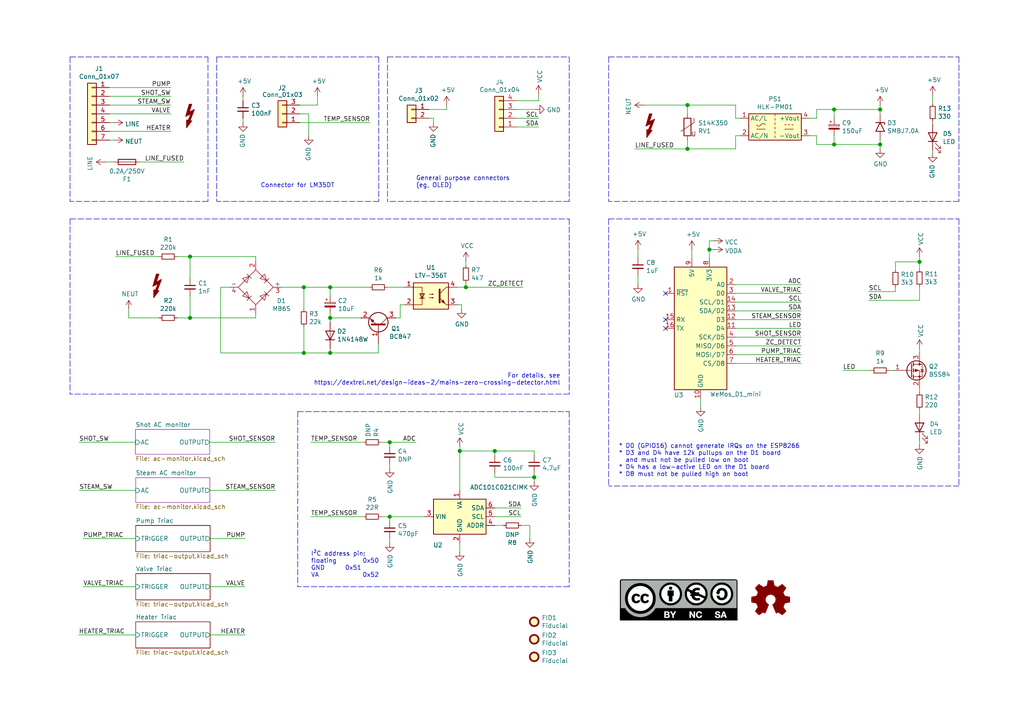
<source format=kicad_sch>
(kicad_sch (version 20201015) (generator eeschema)
  (page 1 6)
  (paper "A4")
  (title_block (title "MadPresso controller") (date "2020-11-18") (rev "1.1"))
  (lib_symbols
    (symbol "Connector_Generic:Conn_01x02" (pin_names (offset 1.016) hide)
      (property "Reference" "J" (at 0 2.54 0))
      (property "Value" "Conn_01x02" (at 0 -5.08 0))
      (symbol "Conn_01x02_1_1"
        (pin passive line (at -5.08 0 0) (length 3.81) (name "Pin_1") (number "1"))
        (pin passive line (at -5.08 -2.54 0) (length 3.81) (name "Pin_2") (number "2"))
      )
    )
    (symbol "Connector_Generic:Conn_01x03" (pin_names (offset 1.016) hide)
      (property "Reference" "J" (at 0 5.08 0))
      (property "Value" "Conn_01x03" (at 0 -5.08 0))
      (symbol "Conn_01x03_1_1"
        (pin passive line (at -5.08 2.54 0) (length 3.81) (name "Pin_1") (number "1"))
        (pin passive line (at -5.08 0 0) (length 3.81) (name "Pin_2") (number "2"))
        (pin passive line (at -5.08 -2.54 0) (length 3.81) (name "Pin_3") (number "3"))
      )
    )
    (symbol "Connector_Generic:Conn_01x04" (pin_names (offset 1.016) hide)
      (property "Reference" "J" (at 0 5.08 0))
      (property "Value" "Conn_01x04" (at 0 -7.62 0))
      (symbol "Conn_01x04_1_1"
        (pin passive line (at -5.08 2.54 0) (length 3.81) (name "Pin_1") (number "1"))
        (pin passive line (at -5.08 0 0) (length 3.81) (name "Pin_2") (number "2"))
        (pin passive line (at -5.08 -2.54 0) (length 3.81) (name "Pin_3") (number "3"))
        (pin passive line (at -5.08 -5.08 0) (length 3.81) (name "Pin_4") (number "4"))
      )
    )
    (symbol "Connector_Generic:Conn_01x07" (pin_names (offset 1.016) hide)
      (property "Reference" "J" (at 0 10.16 0))
      (property "Value" "Conn_01x07" (at 0 -10.16 0))
      (symbol "Conn_01x07_1_1"
        (pin passive line (at -5.08 7.62 0) (length 3.81) (name "Pin_1") (number "1"))
        (pin passive line (at -5.08 5.08 0) (length 3.81) (name "Pin_2") (number "2"))
        (pin passive line (at -5.08 2.54 0) (length 3.81) (name "Pin_3") (number "3"))
        (pin passive line (at -5.08 0 0) (length 3.81) (name "Pin_4") (number "4"))
        (pin passive line (at -5.08 -2.54 0) (length 3.81) (name "Pin_5") (number "5"))
        (pin passive line (at -5.08 -5.08 0) (length 3.81) (name "Pin_6") (number "6"))
        (pin passive line (at -5.08 -7.62 0) (length 3.81) (name "Pin_7") (number "7"))
      )
    )
    (symbol "Converter_ACDC:HLK-PM01"
      (property "Reference" "PS" (at 0 5.08 0))
      (property "Value" "HLK-PM01" (at 0 -5.08 0))
      (symbol "HLK-PM01_1_1"
        (pin power_in line (at -10.16 2.54 0) (length 2.54) (name "AC/L") (number "1"))
        (pin power_in line (at -10.16 -2.54 0) (length 2.54) (name "AC/N") (number "2"))
        (pin power_out line (at 10.16 -2.54 180) (length 2.54) (name "-Vout") (number "3"))
        (pin power_out line (at 10.16 2.54 180) (length 2.54) (name "+Vout") (number "4"))
      )
    )
    (symbol "Device:CP_Small" (pin_numbers hide) (pin_names (offset 0.254) hide)
      (property "Reference" "C" (at 0.254 1.778 0))
      (property "Value" "CP_Small" (at 0.254 -2.032 0))
      (symbol "CP_Small_1_1"
        (pin passive line (at 0 2.54 270) (length 1.8542) (name "~") (number "1"))
        (pin passive line (at 0 -2.54 90) (length 1.8542) (name "~") (number "2"))
      )
    )
    (symbol "Device:C_Small" (pin_numbers hide) (pin_names (offset 0.254) hide)
      (property "Reference" "C" (at 0.254 1.778 0))
      (property "Value" "C_Small" (at 0.254 -2.032 0))
      (symbol "C_Small_1_1"
        (pin passive line (at 0 2.54 270) (length 2.032) (name "~") (number "1"))
        (pin passive line (at 0 -2.54 90) (length 2.032) (name "~") (number "2"))
      )
    )
    (symbol "Device:Fuse" (pin_numbers hide) (pin_names (offset 0))
      (property "Reference" "F" (at 2.032 0 90))
      (property "Value" "Fuse" (at -1.905 0 90))
      (symbol "Fuse_1_1"
        (pin passive line (at 0 3.81 270) (length 1.27) (name "~") (number "1"))
        (pin passive line (at 0 -3.81 90) (length 1.27) (name "~") (number "2"))
      )
    )
    (symbol "Device:LED" (pin_numbers hide) (pin_names (offset 1.016) hide)
      (property "Reference" "D" (at 0 2.54 0))
      (property "Value" "LED" (at 0 -2.54 0))
      (symbol "LED_1_1"
        (pin passive line (at -3.81 0 0) (length 2.54) (name "K") (number "1"))
        (pin passive line (at 3.81 0 180) (length 2.54) (name "A") (number "2"))
      )
    )
    (symbol "Device:R_Small" (pin_numbers hide) (pin_names (offset 0.254) hide)
      (property "Reference" "R" (at 0.762 0.508 0))
      (property "Value" "R_Small" (at 0.762 -1.016 0))
      (symbol "R_Small_1_1"
        (pin passive line (at 0 2.54 270) (length 0.762) (name "~") (number "1"))
        (pin passive line (at 0 -2.54 90) (length 0.762) (name "~") (number "2"))
      )
    )
    (symbol "Device:Varistor" (pin_numbers hide) (pin_names (offset 0))
      (property "Reference" "RV" (at 3.175 0 90))
      (property "Value" "Varistor" (at -3.175 0 90))
      (symbol "Varistor_0_0"
        (text "U" (at -1.778 -2.032 0) (effects (font (size 1.27 1.27))))
      )
      (symbol "Varistor_1_1"
        (pin passive line (at 0 3.81 270) (length 1.27) (name "~") (number "1"))
        (pin passive line (at 0 -3.81 90) (length 1.27) (name "~") (number "2"))
      )
    )
    (symbol "Diode:1N4148W" (pin_numbers hide) (pin_names (offset 1.016) hide)
      (property "Reference" "D" (at 0 2.54 0))
      (property "Value" "1N4148W" (at 0 -2.54 0))
      (symbol "1N4148W_1_1"
        (pin passive line (at -3.81 0 0) (length 2.54) (name "K") (number "1"))
        (pin passive line (at 3.81 0 180) (length 2.54) (name "A") (number "2"))
      )
    )
    (symbol "Diode:SM6T7V5A" (pin_numbers hide) (pin_names (offset 1.016) hide)
      (property "Reference" "D" (at 0 2.54 0))
      (property "Value" "SM6T7V5A" (at 0 -2.54 0))
      (symbol "SM6T7V5A_1_1"
        (pin passive line (at -3.81 0 0) (length 2.54) (name "A1") (number "1"))
        (pin passive line (at 3.81 0 180) (length 2.54) (name "A2") (number "2"))
      )
    )
    (symbol "Diode_Bridge:MB6S" (pin_names (offset 0))
      (property "Reference" "D" (at 2.54 6.985 0))
      (property "Value" "MB6S" (at 2.54 5.08 0))
      (symbol "MB6S_1_1"
        (pin passive line (at 0 -7.62 90) (length 2.54) (name "~~") (number "1"))
        (pin passive line (at 0 7.62 270) (length 2.54) (name "~~") (number "2"))
        (pin passive line (at 7.62 0 180) (length 2.54) (name "+") (number "3"))
        (pin passive line (at -7.62 0 0) (length 2.54) (name "-") (number "4"))
      )
    )
    (symbol "Graphic:Logo_Open_Hardware_Small" (pin_names (offset 1.016)))
    (symbol "Graphic:SYM_Flash_Small" (pin_names (offset 1.016)))
    (symbol "Isolator:LTV-356T" (pin_names (offset 1.016))
      (property "Reference" "U" (at -5.334 4.826 0))
      (property "Value" "LTV-356T" (at 0 5.08 0))
      (symbol "LTV-356T_1_1"
        (pin passive line (at -7.62 2.54 0) (length 2.54) (name "~") (number "1"))
        (pin passive line (at -7.62 -2.54 0) (length 2.54) (name "~") (number "2"))
        (pin passive line (at 7.62 -2.54 180) (length 2.54) (name "~") (number "3"))
        (pin passive line (at 7.62 2.54 180) (length 2.54) (name "~") (number "4"))
      )
    )
    (symbol "MCU_Module:WeMos_D1_mini"
      (property "Reference" "U" (at 3.81 19.05 0))
      (property "Value" "WeMos_D1_mini" (at 1.27 -19.05 0))
      (symbol "WeMos_D1_mini_1_1"
        (pin input line (at -10.16 10.16 0) (length 2.54) (name "~RST") (number "1"))
        (pin power_in line (at 0 -20.32 90) (length 2.54) (name "GND") (number "10"))
        (pin bidirectional line (at 10.16 0 180) (length 2.54) (name "D4") (number "11"))
        (pin bidirectional line (at 10.16 2.54 180) (length 2.54) (name "D3") (number "12"))
        (pin bidirectional line (at 10.16 5.08 180) (length 2.54) (name "SDA/D2") (number "13"))
        (pin bidirectional line (at 10.16 7.62 180) (length 2.54) (name "SCL/D1") (number "14"))
        (pin input line (at -10.16 2.54 0) (length 2.54) (name "RX") (number "15"))
        (pin output line (at -10.16 0 0) (length 2.54) (name "TX") (number "16"))
        (pin input line (at 10.16 12.7 180) (length 2.54) (name "A0") (number "2"))
        (pin bidirectional line (at 10.16 10.16 180) (length 2.54) (name "D0") (number "3"))
        (pin bidirectional line (at 10.16 -2.54 180) (length 2.54) (name "SCK/D5") (number "4"))
        (pin bidirectional line (at 10.16 -5.08 180) (length 2.54) (name "MISO/D6") (number "5"))
        (pin bidirectional line (at 10.16 -7.62 180) (length 2.54) (name "MOSI/D7") (number "6"))
        (pin bidirectional line (at 10.16 -10.16 180) (length 2.54) (name "CS/D8") (number "7"))
        (pin power_out line (at 2.54 20.32 270) (length 2.54) (name "3V3") (number "8"))
        (pin power_in line (at -2.54 20.32 270) (length 2.54) (name "5V") (number "9"))
      )
    )
    (symbol "MadPresso:ADC101C021CIMK_1"
      (property "Reference" "U" (at 3.81 11.43 0))
      (property "Value" "ADC101C021CIMK" (at 11.43 8.89 0))
      (symbol "ADC101C021CIMK_1_1_1"
        (pin power_in line (at 0 7.62 270) (length 2.54) (name "VA") (number "1"))
        (pin power_in line (at 0 -7.62 90) (length 2.54) (name "GND") (number "2"))
        (pin input line (at -10.16 0 0) (length 2.54) (name "VIN") (number "3"))
        (pin input line (at 10.16 -2.54 180) (length 2.54) (name "ADDR") (number "4"))
        (pin input line (at 10.16 0 180) (length 2.54) (name "SCL") (number "5"))
        (pin bidirectional line (at 10.16 2.54 180) (length 2.54) (name "SDA") (number "6"))
      )
    )
    (symbol "Mechanical:Fiducial"
      (property "Reference" "FID" (at 0 5.08 0))
      (property "Value" "Fiducial" (at 0 3.175 0))
    )
    (symbol "Transistor_BJT:BC847" (pin_names (offset 0) hide)
      (property "Reference" "Q" (at 5.08 1.905 0))
      (property "Value" "BC847" (at 5.08 0 0))
      (symbol "BC847_1_1"
        (pin input line (at -5.08 0 0) (length 5.715) (name "B") (number "1"))
        (pin passive line (at 2.54 -5.08 90) (length 2.54) (name "E") (number "2"))
        (pin passive line (at 2.54 5.08 270) (length 2.54) (name "C") (number "3"))
      )
    )
    (symbol "Transistor_FET:BSS84" (pin_names hide)
      (property "Reference" "Q" (at 5.08 1.905 0))
      (property "Value" "BSS84" (at 5.08 0 0))
      (symbol "BSS84_1_1"
        (pin input line (at -5.08 0 0) (length 2.54) (name "G") (number "1"))
        (pin passive line (at 2.54 -5.08 90) (length 2.54) (name "S") (number "2"))
        (pin passive line (at 2.54 5.08 270) (length 2.54) (name "D") (number "3"))
      )
    )
    (symbol "power:+5V" (power) (pin_names (offset 0))
      (property "Value" "+5V" (at 0 3.556 0))
      (symbol "+5V_1_1"
        (pin power_in line (at 0 0 90) (length 0) hide (name "+5V") (number "1"))
      )
    )
    (symbol "power:GND" (power) (pin_names (offset 0))
      (property "Value" "GND" (at 0 -3.81 0))
      (symbol "GND_1_1"
        (pin power_in line (at 0 0 270) (length 0) hide (name "GND") (number "1"))
      )
    )
    (symbol "power:LINE" (power) (pin_names (offset 0))
      (property "Value" "LINE" (at 0 3.81 0))
      (symbol "LINE_1_1"
        (pin power_in line (at 0 0 90) (length 0) hide (name "LINE") (number "1"))
      )
    )
    (symbol "power:NEUT" (power) (pin_names (offset 0))
      (property "Value" "NEUT" (at 0 3.81 0))
      (symbol "NEUT_1_1"
        (pin power_in line (at 0 0 90) (length 0) hide (name "NEUT") (number "1"))
      )
    )
    (symbol "power:VCC" (power) (pin_names (offset 0))
      (property "Value" "VCC" (at 0 3.81 0))
      (symbol "VCC_1_1"
        (pin power_in line (at 0 0 90) (length 0) hide (name "VCC") (number "1"))
      )
    )
    (symbol "power:VDDA" (power) (pin_names (offset 0))
      (property "Value" "VDDA" (at 0 3.81 0))
      (symbol "VDDA_1_1"
        (pin power_in line (at 0 0 90) (length 0) hide (name "VDDA") (number "1"))
      )
    )
  )
  (junction (at 55.118 74.422) (diameter 1.016))
  (junction (at 55.118 92.202) (diameter 1.016))
  (junction (at 88.138 83.312) (diameter 1.016))
  (junction (at 88.138 102.362) (diameter 1.016))
  (junction (at 95.758 83.312) (diameter 1.016))
  (junction (at 95.758 92.202) (diameter 1.016))
  (junction (at 95.758 102.362) (diameter 1.016))
  (junction (at 113.03 128.27) (diameter 1.016))
  (junction (at 113.03 149.86) (diameter 1.016))
  (junction (at 133.35 130.81) (diameter 1.016))
  (junction (at 135.128 83.312) (diameter 1.016))
  (junction (at 143.51 130.81) (diameter 1.016))
  (junction (at 154.94 138.43) (diameter 1.016))
  (junction (at 199.39 30.48) (diameter 1.016))
  (junction (at 199.39 43.18) (diameter 1.016))
  (junction (at 205.74 72.39) (diameter 1.016))
  (junction (at 241.935 31.75) (diameter 1.016))
  (junction (at 241.935 41.91) (diameter 1.016))
  (junction (at 255.27 31.75) (diameter 1.016))
  (junction (at 255.27 41.91) (diameter 1.016))
  (junction (at 266.7 75.946) (diameter 1.016))
  (no_connect (at 193.04 85.09))
  (no_connect (at 193.04 92.71))
  (no_connect (at 193.04 95.25))
  (wire (pts (xy 22.86 184.15) (xy 39.37 184.15)))
  (wire (pts (xy 22.9362 128.27) (xy 39.2938 128.27)))
  (wire (pts (xy 22.987 142.24) (xy 39.3446 142.24)))
  (wire (pts (xy 30.48 46.99) (xy 33.02 46.99)))
  (wire (pts (xy 31.75 25.4) (xy 49.53 25.4)))
  (wire (pts (xy 31.75 27.94) (xy 49.53 27.94)))
  (wire (pts (xy 31.75 30.48) (xy 49.53 30.48)))
  (wire (pts (xy 31.75 33.02) (xy 49.53 33.02)))
  (wire (pts (xy 31.75 35.56) (xy 33.02 35.56)))
  (wire (pts (xy 31.75 38.1) (xy 49.53 38.1)))
  (wire (pts (xy 31.75 40.64) (xy 33.02 40.64)))
  (wire (pts (xy 33.528 74.422) (xy 46.228 74.422)))
  (wire (pts (xy 37.338 92.202) (xy 37.338 89.662)))
  (wire (pts (xy 37.338 92.202) (xy 46.228 92.202)))
  (wire (pts (xy 39.37 156.21) (xy 24.13 156.21)))
  (wire (pts (xy 39.37 170.18) (xy 24.13 170.18)))
  (wire (pts (xy 40.64 46.99) (xy 53.34 46.99)))
  (wire (pts (xy 51.308 74.422) (xy 55.118 74.422)))
  (wire (pts (xy 51.308 92.202) (xy 55.118 92.202)))
  (wire (pts (xy 55.118 74.422) (xy 55.118 80.772)))
  (wire (pts (xy 55.118 74.422) (xy 74.168 74.422)))
  (wire (pts (xy 55.118 85.852) (xy 55.118 92.202)))
  (wire (pts (xy 55.118 92.202) (xy 74.168 92.202)))
  (wire (pts (xy 60.833 128.27) (xy 79.8322 128.27)))
  (wire (pts (xy 60.8838 142.24) (xy 79.883 142.24)))
  (wire (pts (xy 60.96 156.21) (xy 71.12 156.21)))
  (wire (pts (xy 60.96 170.18) (xy 71.12 170.18)))
  (wire (pts (xy 60.96 184.15) (xy 71.12 184.15)))
  (wire (pts (xy 64.008 83.312) (xy 64.008 102.362)))
  (wire (pts (xy 66.548 83.312) (xy 64.008 83.312)))
  (wire (pts (xy 70.485 27.94) (xy 70.485 29.21)))
  (wire (pts (xy 70.485 34.29) (xy 70.485 35.56)))
  (wire (pts (xy 74.168 74.422) (xy 74.168 75.692)))
  (wire (pts (xy 74.168 90.932) (xy 74.168 92.202)))
  (wire (pts (xy 81.788 83.312) (xy 88.138 83.312)))
  (wire (pts (xy 86.995 30.48) (xy 92.075 30.48)))
  (wire (pts (xy 86.995 33.02) (xy 89.535 33.02)))
  (wire (pts (xy 86.995 35.56) (xy 107.315 35.56)))
  (wire (pts (xy 88.138 83.312) (xy 88.138 89.662)))
  (wire (pts (xy 88.138 83.312) (xy 95.758 83.312)))
  (wire (pts (xy 88.138 94.742) (xy 88.138 102.362)))
  (wire (pts (xy 88.138 102.362) (xy 64.008 102.362)))
  (wire (pts (xy 88.138 102.362) (xy 95.758 102.362)))
  (wire (pts (xy 89.535 33.02) (xy 89.535 39.37)))
  (wire (pts (xy 90.17 128.27) (xy 105.41 128.27)))
  (wire (pts (xy 90.17 149.86) (xy 105.41 149.86)))
  (wire (pts (xy 92.075 30.48) (xy 92.075 27.94)))
  (wire (pts (xy 95.758 83.312) (xy 95.758 85.852)))
  (wire (pts (xy 95.758 83.312) (xy 107.188 83.312)))
  (wire (pts (xy 95.758 90.932) (xy 95.758 92.202)))
  (wire (pts (xy 95.758 92.202) (xy 95.758 93.472)))
  (wire (pts (xy 95.758 102.362) (xy 95.758 101.092)))
  (wire (pts (xy 95.758 102.362) (xy 109.728 102.362)))
  (wire (pts (xy 104.648 92.202) (xy 95.758 92.202)))
  (wire (pts (xy 109.728 102.362) (xy 109.728 99.822)))
  (wire (pts (xy 110.49 149.86) (xy 113.03 149.86)))
  (wire (pts (xy 112.268 83.312) (xy 117.348 83.312)))
  (wire (pts (xy 113.03 128.27) (xy 110.49 128.27)))
  (wire (pts (xy 113.03 128.27) (xy 113.03 129.54)))
  (wire (pts (xy 113.03 134.62) (xy 113.03 135.89)))
  (wire (pts (xy 113.03 149.86) (xy 113.03 151.13)))
  (wire (pts (xy 113.03 149.86) (xy 123.19 149.86)))
  (wire (pts (xy 113.03 156.21) (xy 113.03 157.48)))
  (wire (pts (xy 114.808 92.202) (xy 116.078 92.202)))
  (wire (pts (xy 116.078 88.392) (xy 116.078 92.202)))
  (wire (pts (xy 116.078 88.392) (xy 117.348 88.392)))
  (wire (pts (xy 120.65 128.27) (xy 113.03 128.27)))
  (wire (pts (xy 124.46 31.75) (xy 129.54 31.75)))
  (wire (pts (xy 124.46 34.29) (xy 125.73 34.29)))
  (wire (pts (xy 125.73 34.29) (xy 125.73 35.56)))
  (wire (pts (xy 129.54 31.75) (xy 129.54 30.48)))
  (wire (pts (xy 132.588 83.312) (xy 135.128 83.312)))
  (wire (pts (xy 132.588 88.392) (xy 133.858 88.392)))
  (wire (pts (xy 133.35 129.54) (xy 133.35 130.81)))
  (wire (pts (xy 133.35 130.81) (xy 133.35 142.24)))
  (wire (pts (xy 133.35 130.81) (xy 143.51 130.81)))
  (wire (pts (xy 133.35 157.48) (xy 133.35 160.02)))
  (wire (pts (xy 133.858 88.392) (xy 133.858 89.662)))
  (wire (pts (xy 135.128 76.962) (xy 135.128 75.692)))
  (wire (pts (xy 135.128 82.042) (xy 135.128 83.312)))
  (wire (pts (xy 135.128 83.312) (xy 151.638 83.312)))
  (wire (pts (xy 143.51 130.81) (xy 143.51 132.08)))
  (wire (pts (xy 143.51 130.81) (xy 154.94 130.81)))
  (wire (pts (xy 143.51 137.16) (xy 143.51 138.43)))
  (wire (pts (xy 143.51 138.43) (xy 154.94 138.43)))
  (wire (pts (xy 143.51 147.32) (xy 151.13 147.32)))
  (wire (pts (xy 143.51 149.86) (xy 151.13 149.86)))
  (wire (pts (xy 143.51 152.4) (xy 146.05 152.4)))
  (wire (pts (xy 149.86 29.21) (xy 156.21 29.21)))
  (wire (pts (xy 149.86 31.75) (xy 155.321 31.75)))
  (wire (pts (xy 149.86 34.29) (xy 156.21 34.29)))
  (wire (pts (xy 149.86 36.83) (xy 156.21 36.83)))
  (wire (pts (xy 151.13 152.4) (xy 153.67 152.4)))
  (wire (pts (xy 153.67 152.4) (xy 153.67 156.21)))
  (wire (pts (xy 154.94 130.81) (xy 154.94 132.08)))
  (wire (pts (xy 154.94 138.43) (xy 154.94 137.16)))
  (wire (pts (xy 154.94 138.43) (xy 154.94 139.7)))
  (wire (pts (xy 156.21 29.21) (xy 156.21 27.305)))
  (wire (pts (xy 184.15 43.18) (xy 199.39 43.18)))
  (wire (pts (xy 185.039 72.263) (xy 185.039 74.803)))
  (wire (pts (xy 185.039 79.883) (xy 185.039 82.423)))
  (wire (pts (xy 186.69 30.48) (xy 199.39 30.48)))
  (wire (pts (xy 199.39 30.48) (xy 213.36 30.48)))
  (wire (pts (xy 199.39 33.02) (xy 199.39 30.48)))
  (wire (pts (xy 199.39 43.18) (xy 199.39 40.64)))
  (wire (pts (xy 199.39 43.18) (xy 213.36 43.18)))
  (wire (pts (xy 200.66 72.39) (xy 200.66 74.93)))
  (wire (pts (xy 203.2 115.57) (xy 203.2 118.11)))
  (wire (pts (xy 205.74 69.85) (xy 207.01 69.85)))
  (wire (pts (xy 205.74 72.39) (xy 205.74 69.85)))
  (wire (pts (xy 205.74 72.39) (xy 205.74 74.93)))
  (wire (pts (xy 205.74 72.39) (xy 207.01 72.39)))
  (wire (pts (xy 213.36 34.29) (xy 213.36 30.48)))
  (wire (pts (xy 213.36 34.29) (xy 214.63 34.29)))
  (wire (pts (xy 213.36 39.37) (xy 213.36 43.18)))
  (wire (pts (xy 213.36 39.37) (xy 214.63 39.37)))
  (wire (pts (xy 213.36 82.55) (xy 232.41 82.55)))
  (wire (pts (xy 213.36 85.09) (xy 232.41 85.09)))
  (wire (pts (xy 213.36 87.63) (xy 232.41 87.63)))
  (wire (pts (xy 213.36 90.17) (xy 232.41 90.17)))
  (wire (pts (xy 213.36 92.71) (xy 232.41 92.71)))
  (wire (pts (xy 213.36 95.25) (xy 232.41 95.25)))
  (wire (pts (xy 213.36 97.79) (xy 232.41 97.79)))
  (wire (pts (xy 213.36 100.33) (xy 232.41 100.33)))
  (wire (pts (xy 213.36 102.87) (xy 232.41 102.87)))
  (wire (pts (xy 213.36 105.41) (xy 232.41 105.41)))
  (wire (pts (xy 234.95 34.29) (xy 236.855 34.29)))
  (wire (pts (xy 234.95 39.37) (xy 236.855 39.37)))
  (wire (pts (xy 236.855 31.75) (xy 236.855 34.29)))
  (wire (pts (xy 236.855 31.75) (xy 241.935 31.75)))
  (wire (pts (xy 236.855 39.37) (xy 236.855 41.91)))
  (wire (pts (xy 236.855 41.91) (xy 241.935 41.91)))
  (wire (pts (xy 241.935 31.75) (xy 241.935 34.29)))
  (wire (pts (xy 241.935 31.75) (xy 255.27 31.75)))
  (wire (pts (xy 241.935 39.37) (xy 241.935 41.91)))
  (wire (pts (xy 241.935 41.91) (xy 255.27 41.91)))
  (wire (pts (xy 244.475 107.442) (xy 252.73 107.442)))
  (wire (pts (xy 251.968 84.582) (xy 259.715 84.582)))
  (wire (pts (xy 251.968 87.122) (xy 266.7 87.122)) (stroke (width 0.1524)))
  (wire (pts (xy 255.27 31.75) (xy 255.27 30.48)))
  (wire (pts (xy 255.27 33.02) (xy 255.27 31.75)))
  (wire (pts (xy 255.27 40.64) (xy 255.27 41.91)))
  (wire (pts (xy 255.27 41.91) (xy 255.27 43.18)))
  (wire (pts (xy 257.81 107.442) (xy 259.08 107.442)))
  (wire (pts (xy 259.715 75.946) (xy 266.7 75.946)))
  (wire (pts (xy 259.715 78.232) (xy 259.715 75.946)))
  (wire (pts (xy 259.715 84.582) (xy 259.715 83.312)))
  (wire (pts (xy 266.7 74.422) (xy 266.7 75.946)))
  (wire (pts (xy 266.7 75.946) (xy 266.7 78.105)))
  (wire (pts (xy 266.7 83.185) (xy 266.7 87.122)))
  (wire (pts (xy 266.7 101.092) (xy 266.7 102.362)))
  (wire (pts (xy 266.7 112.522) (xy 266.7 113.792)))
  (wire (pts (xy 266.7 118.872) (xy 266.7 120.142)))
  (wire (pts (xy 266.7 127.762) (xy 266.7 129.032)))
  (wire (pts (xy 270.51 27.559) (xy 270.51 30.099)))
  (wire (pts (xy 270.51 35.179) (xy 270.51 35.941)))
  (wire (pts (xy 270.51 43.561) (xy 270.51 44.45)))
  (polyline (pts (xy 20.32 16.51) (xy 20.32 58.42)) (stroke (width 0) (type dash)))
  (polyline (pts (xy 20.32 16.51) (xy 60.325 16.51)) (stroke (width 0) (type dash)))
  (polyline (pts (xy 20.32 63.5) (xy 20.32 114.3)) (stroke (width 0) (type dash)))
  (polyline (pts (xy 20.32 63.5) (xy 165.1 63.5)) (stroke (width 0) (type dash)))
  (polyline (pts (xy 60.325 16.51) (xy 60.325 58.42)) (stroke (width 0) (type dash)))
  (polyline (pts (xy 60.325 58.42) (xy 20.32 58.42)) (stroke (width 0) (type dash)))
  (polyline (pts (xy 62.865 16.51) (xy 62.865 58.42)) (stroke (width 0) (type dash)))
  (polyline (pts (xy 62.865 16.51) (xy 109.855 16.51)) (stroke (width 0) (type dash)))
  (polyline (pts (xy 86.36 119.38) (xy 86.36 170.18)) (stroke (width 0) (type dash)))
  (polyline (pts (xy 86.36 119.38) (xy 165.1 119.38)) (stroke (width 0) (type dash)))
  (polyline (pts (xy 109.855 16.51) (xy 109.855 58.42)) (stroke (width 0) (type dash)))
  (polyline (pts (xy 109.855 58.42) (xy 62.865 58.42)) (stroke (width 0) (type dash)))
  (polyline (pts (xy 112.395 16.51) (xy 112.395 58.42)) (stroke (width 0) (type dash)))
  (polyline (pts (xy 112.395 16.51) (xy 165.1 16.51)) (stroke (width 0) (type dash)))
  (polyline (pts (xy 165.1 16.51) (xy 165.1 58.42)) (stroke (width 0) (type dash)))
  (polyline (pts (xy 165.1 58.42) (xy 112.395 58.42)) (stroke (width 0) (type dash)))
  (polyline (pts (xy 165.1 63.5) (xy 165.1 114.3)) (stroke (width 0) (type dash)))
  (polyline (pts (xy 165.1 114.3) (xy 20.32 114.3)) (stroke (width 0) (type dash)))
  (polyline (pts (xy 165.1 119.38) (xy 165.1 170.18)) (stroke (width 0) (type dash)))
  (polyline (pts (xy 165.1 170.18) (xy 86.36 170.18)) (stroke (width 0) (type dash)))
  (polyline (pts (xy 176.53 16.51) (xy 176.53 58.42)) (stroke (width 0) (type dash)))
  (polyline (pts (xy 176.53 16.51) (xy 278.13 16.51)) (stroke (width 0) (type dash)))
  (polyline (pts (xy 176.53 63.5) (xy 176.53 140.97)) (stroke (width 0) (type dash)))
  (polyline (pts (xy 176.53 63.5) (xy 278.13 63.5)) (stroke (width 0) (type dash)))
  (polyline (pts (xy 278.13 16.51) (xy 278.13 58.42)) (stroke (width 0) (type dash)))
  (polyline (pts (xy 278.13 58.42) (xy 176.53 58.42)) (stroke (width 0) (type dash)))
  (polyline (pts (xy 278.13 63.5) (xy 278.13 140.97)) (stroke (width 0) (type dash)))
  (polyline (pts (xy 278.13 140.97) (xy 176.53 140.97)) (stroke (width 0) (type dash)))
  (image (at 196.85 173.99))
  (text "Connector for LM35DT" (at 75.565 54.61 0) (effects (font (size 1.27 1.27)) (justify left bottom)))
  (text "I²C address pin:\nfloating 	0x50\nGND		0x51\nVA			0x52" (at 90.17 167.64 0) (effects (font (size 1.27 1.27)) (justify left bottom)))
  (text "General purpose connectors\n(eg, OLED)" (at 120.65 54.61 0) (effects (font (size 1.27 1.27)) (justify left bottom)))
  (text "For details, see\nhttps://dextrel.net/design-ideas-2/mains-zero-crossing-detector.html\n" (at 162.56 111.887 0) (effects (font (size 1.27 1.27)) (justify right bottom)))
  (text "* D0 (GPIO16) cannot generate IRQs on the ESP8266\n* D3 and D4 have 12k pullups on the D1 board\n  and must not be pulled low on boot\n* D4 has a low-active LED on the D1 board\n* D8 must not be pulled high on boot\n\n" (at 179.451 140.462 0) (effects (font (size 1.27 1.27)) (justify left bottom)))
  (label "HEATER_TRIAC" (at 22.86 184.15 0))
  (label "SHOT_SW" (at 22.9362 128.27 0))
  (label "STEAM_SW" (at 22.987 142.24 0))
  (label "PUMP_TRIAC" (at 24.13 156.21 0))
  (label "VALVE_TRIAC" (at 24.13 170.18 0))
  (label "LINE_FUSED" (at 33.528 74.422 0))
  (label "PUMP" (at 49.53 25.4 180))
  (label "SHOT_SW" (at 49.53 27.94 180))
  (label "STEAM_SW" (at 49.53 30.48 180))
  (label "VALVE" (at 49.53 33.02 180))
  (label "HEATER" (at 49.53 38.1 180))
  (label "LINE_FUSED" (at 53.34 46.99 180))
  (label "PUMP" (at 71.12 156.21 180))
  (label "VALVE" (at 71.12 170.18 180))
  (label "HEATER" (at 71.12 184.15 180))
  (label "SHOT_SENSOR" (at 79.8322 128.27 180))
  (label "STEAM_SENSOR" (at 79.883 142.24 180))
  (label "TEMP_SENSOR" (at 90.17 128.27 0))
  (label "TEMP_SENSOR" (at 90.17 149.86 0))
  (label "TEMP_SENSOR" (at 107.315 35.56 180))
  (label "ADC" (at 120.65 128.27 180))
  (label "ZC_DETECT" (at 141.478 83.312 0))
  (label "SDA" (at 151.13 147.32 180))
  (label "SCL" (at 151.13 149.86 180))
  (label "SCL" (at 156.21 34.29 180))
  (label "SDA" (at 156.21 36.83 180))
  (label "LINE_FUSED" (at 184.15 43.18 0))
  (label "ADC" (at 232.41 82.55 180))
  (label "VALVE_TRIAC" (at 232.41 85.09 180))
  (label "SCL" (at 232.41 87.63 180))
  (label "SDA" (at 232.41 90.17 180))
  (label "STEAM_SENSOR" (at 232.41 92.71 180))
  (label "LED" (at 232.41 95.25 180))
  (label "SHOT_SENSOR" (at 232.41 97.79 180))
  (label "ZC_DETECT" (at 232.41 100.33 180))
  (label "PUMP_TRIAC" (at 232.41 102.87 180))
  (label "HEATER_TRIAC" (at 232.41 105.41 180))
  (label "LED" (at 244.475 107.442 0))
  (label "SCL" (at 251.968 84.582 0))
  (label "SDA" (at 251.968 87.122 0))
  (symbol (lib_id "power:LINE") (at 30.48 46.99 90) (mirror x) (unit 1)
    (property "Reference" "#PWR04" (effects hide))
    (property "Value" "LINE" (at 26.0858 47.371 0))
  )
  (symbol (lib_id "power:LINE") (at 33.02 35.56 270) (unit 1)
    (property "Reference" "#PWR01" (effects hide))
    (property "Value" "LINE" (at 36.2712 35.941 90) (effects (justify left)))
  )
  (symbol (lib_id "power:NEUT") (at 33.02 40.64 270) (unit 1)
    (property "Reference" "#PWR02" (effects hide))
    (property "Value" "NEUT" (at 36.2712 41.021 90) (effects (justify left)))
  )
  (symbol (lib_id "power:NEUT") (at 37.338 89.662 0) (unit 1)
    (property "Reference" "#PWR03" (effects hide))
    (property "Value" "NEUT" (at 37.719 85.2678 0))
  )
  (symbol (lib_id "power:+5V") (at 70.485 27.94 0) (unit 1)
    (property "Reference" "#PWR05" (effects hide))
    (property "Value" "+5V" (at 70.866 23.5458 0))
  )
  (symbol (lib_id "power:+5V") (at 92.075 27.94 0) (unit 1)
    (property "Reference" "#PWR010" (effects hide))
    (property "Value" "+5V" (at 92.456 23.5458 0))
  )
  (symbol (lib_id "power:+5V") (at 129.54 30.48 0) (unit 1)
    (property "Reference" "#PWR016" (effects hide))
    (property "Value" "+5V" (at 129.921 26.0858 0))
  )
  (symbol (lib_id "power:VCC") (at 133.35 129.54 0) (unit 1)
    (property "Reference" "#PWR011" (effects hide))
    (property "Value" "VCC" (at 133.731 126.2888 90) (effects (justify left)))
  )
  (symbol (lib_id "power:VCC") (at 135.128 75.692 0) (unit 1)
    (property "Reference" "#PWR014" (effects hide))
    (property "Value" "VCC" (at 135.509 71.2978 0))
  )
  (symbol (lib_id "power:VCC") (at 156.21 27.305 0) (unit 1)
    (property "Reference" "#PWR020" (effects hide))
    (property "Value" "VCC" (at 156.591 24.0538 90) (effects (justify left)))
  )
  (symbol (lib_id "power:+5V") (at 185.039 72.263 0) (unit 1)
    (property "Reference" "#PWR021" (effects hide))
    (property "Value" "+5V" (at 185.42 67.8688 0))
  )
  (symbol (lib_id "power:NEUT") (at 186.69 30.48 90) (mirror x) (unit 1)
    (property "Reference" "#PWR023" (effects hide))
    (property "Value" "NEUT" (at 182.2958 30.861 0))
  )
  (symbol (lib_id "power:+5V") (at 200.66 72.39 0) (unit 1)
    (property "Reference" "#PWR024" (effects hide))
    (property "Value" "+5V" (at 201.041 67.9958 0))
  )
  (symbol (lib_id "power:VCC") (at 207.01 69.85 270) (unit 1)
    (property "Reference" "#PWR026" (effects hide))
    (property "Value" "VCC" (at 210.2612 70.231 90) (effects (justify left)))
  )
  (symbol (lib_id "power:VDDA") (at 207.01 72.39 270) (unit 1)
    (property "Reference" "#PWR027" (effects hide))
    (property "Value" "VDDA" (at 210.2612 72.771 90) (effects (justify left)))
  )
  (symbol (lib_id "power:+5V") (at 255.27 30.48 0) (unit 1)
    (property "Reference" "#PWR028" (effects hide))
    (property "Value" "+5V" (at 255.651 26.0858 0))
  )
  (symbol (lib_id "power:VCC") (at 266.7 74.422 0) (unit 1)
    (property "Reference" "#PWR030" (effects hide))
    (property "Value" "VCC" (at 267.081 71.1708 90) (effects (justify left)))
  )
  (symbol (lib_id "power:VCC") (at 266.7 101.092 0) (unit 1)
    (property "Reference" "#PWR031" (effects hide))
    (property "Value" "VCC" (at 267.081 97.8408 90) (effects (justify left)))
  )
  (symbol (lib_id "power:+5V") (at 270.51 27.559 0) (unit 1)
    (property "Reference" "#PWR033" (effects hide))
    (property "Value" "+5V" (at 270.891 23.1648 0))
  )
  (symbol (lib_id "power:GND") (at 70.485 35.56 0) (mirror y) (unit 1)
    (property "Reference" "#PWR06" (effects hide))
    (property "Value" "GND" (at 70.358 38.8112 90) (effects (justify right)))
  )
  (symbol (lib_id "power:GND") (at 89.535 39.37 0) (mirror y) (unit 1)
    (property "Reference" "#PWR09" (effects hide))
    (property "Value" "GND" (at 89.408 42.6212 90) (effects (justify right)))
  )
  (symbol (lib_id "power:GND") (at 113.03 135.89 0) (unit 1)
    (property "Reference" "#PWR07" (effects hide))
    (property "Value" "GND" (at 113.157 139.1412 90) (effects (justify right)))
  )
  (symbol (lib_id "power:GND") (at 113.03 157.48 0) (unit 1)
    (property "Reference" "#PWR08" (effects hide))
    (property "Value" "GND" (at 113.157 160.7312 90) (effects (justify right)))
  )
  (symbol (lib_id "power:GND") (at 125.73 35.56 0) (mirror y) (unit 1)
    (property "Reference" "#PWR015" (effects hide))
    (property "Value" "GND" (at 125.603 38.8112 90) (effects (justify right)))
  )
  (symbol (lib_id "power:GND") (at 133.35 160.02 0) (unit 1)
    (property "Reference" "#PWR012" (effects hide))
    (property "Value" "GND" (at 133.477 163.2712 90) (effects (justify right)))
  )
  (symbol (lib_id "power:GND") (at 133.858 89.662 0) (unit 1)
    (property "Reference" "#PWR013" (effects hide))
    (property "Value" "GND" (at 133.985 94.0562 0))
  )
  (symbol (lib_id "power:GND") (at 153.67 156.21 0) (unit 1)
    (property "Reference" "#PWR017" (effects hide))
    (property "Value" "GND" (at 153.797 159.4612 90) (effects (justify right)))
  )
  (symbol (lib_id "power:GND") (at 154.94 139.7 0) (unit 1)
    (property "Reference" "#PWR018" (effects hide))
    (property "Value" "GND" (at 155.067 142.9512 90) (effects (justify right)))
  )
  (symbol (lib_id "power:GND") (at 155.321 31.75 90) (mirror x) (unit 1)
    (property "Reference" "#PWR019" (effects hide))
    (property "Value" "GND" (at 158.5722 31.877 90) (effects (justify right)))
  )
  (symbol (lib_id "power:GND") (at 185.039 82.423 0) (unit 1)
    (property "Reference" "#PWR022" (effects hide))
    (property "Value" "GND" (at 185.166 86.8172 0))
  )
  (symbol (lib_id "power:GND") (at 203.2 118.11 0) (unit 1)
    (property "Reference" "#PWR025" (effects hide))
    (property "Value" "GND" (at 203.327 121.3612 90) (effects (justify right)))
  )
  (symbol (lib_id "power:GND") (at 255.27 43.18 0) (unit 1)
    (property "Reference" "#PWR029" (effects hide))
    (property "Value" "GND" (at 255.397 47.5742 0))
  )
  (symbol (lib_id "power:GND") (at 266.7 129.032 0) (unit 1)
    (property "Reference" "#PWR032" (effects hide))
    (property "Value" "GND" (at 266.827 132.2832 90) (effects (justify right)))
  )
  (symbol (lib_id "power:GND") (at 270.51 44.45 0) (mirror y) (unit 1)
    (property "Reference" "#PWR034" (effects hide))
    (property "Value" "GND" (at 270.383 47.7012 90) (effects (justify right)))
  )
  (symbol (lib_id "Mechanical:Fiducial") (at 154.94 180.34 0) (unit 1)
    (property "Reference" "FID1" (at 157.0991 179.1906 0) (effects (justify left)))
    (property "Value" "Fiducial" (at 157.0991 181.4893 0) (effects (justify left)))
    (property "Footprint" "Fiducial:Fiducial_0.5mm_Mask1mm" (effects hide))
  )
  (symbol (lib_id "Mechanical:Fiducial") (at 154.94 185.42 0) (unit 1)
    (property "Reference" "FID2" (at 157.0991 184.2706 0) (effects (justify left)))
    (property "Value" "Fiducial" (at 157.0991 186.5693 0) (effects (justify left)))
    (property "Footprint" "Fiducial:Fiducial_0.5mm_Mask1mm" (effects hide))
  )
  (symbol (lib_id "Mechanical:Fiducial") (at 154.94 190.5 0) (unit 1)
    (property "Reference" "FID3" (at 157.0991 189.3506 0) (effects (justify left)))
    (property "Value" "Fiducial" (at 157.0991 191.6493 0) (effects (justify left)))
    (property "Footprint" "Fiducial:Fiducial_0.5mm_Mask1mm" (effects hide))
  )
  (symbol (lib_id "Device:R_Small") (at 48.768 74.422 90) (unit 1)
    (property "Reference" "R1" (at 48.768 69.4436 90))
    (property "Value" "220k" (at 48.768 71.755 90))
    (property "Footprint" "Resistor_SMD:R_1206_3216Metric_Pad1.30x1.75mm_HandSolder" (effects hide))
  )
  (symbol (lib_id "Device:R_Small") (at 48.768 92.202 90) (unit 1)
    (property "Reference" "R2" (at 48.768 87.2236 90))
    (property "Value" "220k" (at 48.768 89.535 90))
    (property "Footprint" "Resistor_SMD:R_1206_3216Metric_Pad1.30x1.75mm_HandSolder" (effects hide))
  )
  (symbol (lib_id "Device:R_Small") (at 88.138 92.202 180) (unit 1)
    (property "Reference" "R3" (at 89.6366 91.0336 0) (effects (justify right)))
    (property "Value" "22k" (at 89.6366 93.345 0) (effects (justify right)))
    (property "Footprint" "Resistor_SMD:R_0603_1608Metric_Pad0.98x0.95mm_HandSolder" (effects hide))
  )
  (symbol (lib_id "Device:R_Small") (at 107.95 128.27 90) (mirror x) (unit 1)
    (property "Reference" "R4" (at 109.1184 126.7714 0) (effects (justify right)))
    (property "Value" "DNP" (at 106.807 126.7714 0) (effects (justify right)))
    (property "Footprint" "Resistor_SMD:R_0603_1608Metric_Pad0.98x0.95mm_HandSolder" (effects hide))
  )
  (symbol (lib_id "Device:R_Small") (at 107.95 149.86 270) (unit 1)
    (property "Reference" "R5" (at 107.95 144.8816 90))
    (property "Value" "22R" (at 107.95 147.193 90))
    (property "Footprint" "Resistor_SMD:R_0603_1608Metric_Pad0.98x0.95mm_HandSolder" (effects hide))
  )
  (symbol (lib_id "Device:R_Small") (at 109.728 83.312 270) (unit 1)
    (property "Reference" "R6" (at 109.728 78.3336 90))
    (property "Value" "1k" (at 109.728 80.645 90))
    (property "Footprint" "Resistor_SMD:R_0603_1608Metric_Pad0.98x0.95mm_HandSolder" (effects hide))
  )
  (symbol (lib_id "Device:R_Small") (at 135.128 79.502 180) (unit 1)
    (property "Reference" "R7" (at 136.6266 78.3336 0) (effects (justify right)))
    (property "Value" "4k7" (at 136.6266 80.645 0) (effects (justify right)))
    (property "Footprint" "Resistor_SMD:R_0603_1608Metric_Pad0.98x0.95mm_HandSolder" (effects hide))
  )
  (symbol (lib_id "Device:R_Small") (at 148.59 152.4 90) (unit 1)
    (property "Reference" "R8" (at 148.59 157.3784 90))
    (property "Value" "DNP" (at 148.59 155.067 90))
    (property "Footprint" "Resistor_SMD:R_0603_1608Metric_Pad0.98x0.95mm_HandSolder" (effects hide))
  )
  (symbol (lib_id "Device:R_Small") (at 255.27 107.442 90) (mirror x) (unit 1)
    (property "Reference" "R9" (at 255.27 102.4636 90))
    (property "Value" "1k" (at 255.27 104.775 90))
    (property "Footprint" "Resistor_SMD:R_0603_1608Metric_Pad0.98x0.95mm_HandSolder" (effects hide))
  )
  (symbol (lib_id "Device:R_Small") (at 259.715 80.772 180) (unit 1)
    (property "Reference" "R10" (at 261.2136 79.6036 0) (effects (justify right)))
    (property "Value" "3k3" (at 261.2136 81.915 0) (effects (justify right)))
    (property "Footprint" "Resistor_SMD:R_0603_1608Metric_Pad0.98x0.95mm_HandSolder" (effects hide))
  )
  (symbol (lib_id "Device:R_Small") (at 266.7 80.645 180) (unit 1)
    (property "Reference" "R11" (at 268.1986 79.4766 0) (effects (justify right)))
    (property "Value" "3k3" (at 268.1986 81.788 0) (effects (justify right)))
    (property "Footprint" "Resistor_SMD:R_0603_1608Metric_Pad0.98x0.95mm_HandSolder" (effects hide))
  )
  (symbol (lib_id "Device:R_Small") (at 266.7 116.332 180) (unit 1)
    (property "Reference" "R12" (at 268.1986 115.1636 0) (effects (justify right)))
    (property "Value" "220" (at 268.1986 117.475 0) (effects (justify right)))
    (property "Footprint" "Resistor_SMD:R_0603_1608Metric_Pad0.98x0.95mm_HandSolder" (effects hide))
  )
  (symbol (lib_id "Device:R_Small") (at 270.51 32.639 180) (unit 1)
    (property "Reference" "R13" (at 272.0086 31.4706 0) (effects (justify right)))
    (property "Value" "330" (at 272.0086 33.782 0) (effects (justify right)))
    (property "Footprint" "Resistor_SMD:R_0603_1608Metric_Pad0.98x0.95mm_HandSolder" (effects hide))
  )
  (symbol (lib_id "Device:Fuse") (at 36.83 46.99 90) (mirror x) (unit 1)
    (property "Reference" "F1" (at 36.83 51.9622 90))
    (property "Value" "0.2A/250V" (at 36.83 49.657 90))
    (property "Footprint" "Fuse:Fuseholder_Cylinder-5x20mm_Schurter_0031_8201_Horizontal_Open" (effects hide))
  )
  (symbol (lib_id "Device:CP_Small") (at 95.758 88.392 0) (unit 1)
    (property "Reference" "C2" (at 97.9932 87.2236 0) (effects (justify left)))
    (property "Value" "10uF" (at 97.9932 89.535 0) (effects (justify left)))
    (property "Footprint" "Capacitor_SMD:CP_Elec_4x5.8" (effects hide))
  )
  (symbol (lib_id "Device:CP_Small") (at 241.935 36.83 0) (unit 1)
    (property "Reference" "C9" (at 244.1702 35.6616 0) (effects (justify left)))
    (property "Value" "150uF" (at 244.1702 37.973 0) (effects (justify left)))
    (property "Footprint" "Capacitor_SMD:CP_Elec_8x10" (effects hide))
  )
  (symbol (lib_id "Graphic:SYM_Flash_Small") (at 45.593 83.312 0) (unit 1)
    (property "Reference" "#SYM?" (effects hide))
    (property "Value" "SYM_Flash_Small" (effects hide))
  )
  (symbol (lib_id "Graphic:SYM_Flash_Small") (at 55.118 34.036 0) (unit 1)
    (property "Reference" "#SYM?" (effects hide))
    (property "Value" "SYM_Flash_Small" (effects hide))
  )
  (symbol (lib_id "Graphic:SYM_Flash_Small") (at 188.595 36.83 0) (unit 1)
    (property "Reference" "#SYM?" (effects hide))
    (property "Value" "SYM_Flash_Small" (effects hide))
  )
  (symbol (lib_id "Device:C_Small") (at 55.118 83.312 0) (unit 1)
    (property "Reference" "C1" (at 57.4548 82.1436 0) (effects (justify left)))
    (property "Value" "1nF" (at 57.4548 84.455 0) (effects (justify left)))
    (property "Footprint" "Capacitor_SMD:C_0603_1608Metric_Pad1.08x0.95mm_HandSolder" (effects hide))
  )
  (symbol (lib_id "Device:C_Small") (at 70.485 31.75 0) (unit 1)
    (property "Reference" "C3" (at 72.8218 30.5816 0) (effects (justify left)))
    (property "Value" "100nF" (at 72.8218 32.893 0) (effects (justify left)))
    (property "Footprint" "Capacitor_SMD:C_0603_1608Metric_Pad1.08x0.95mm_HandSolder" (effects hide))
  )
  (symbol (lib_id "Device:C_Small") (at 113.03 132.08 0) (unit 1)
    (property "Reference" "C4" (at 115.3668 130.9116 0) (effects (justify left)))
    (property "Value" "DNP" (at 115.3668 133.223 0) (effects (justify left)))
    (property "Footprint" "Capacitor_SMD:C_0603_1608Metric_Pad1.08x0.95mm_HandSolder" (effects hide))
  )
  (symbol (lib_id "Device:C_Small") (at 113.03 153.67 0) (unit 1)
    (property "Reference" "C5" (at 115.3668 152.5016 0) (effects (justify left)))
    (property "Value" "470pF" (at 115.3668 154.813 0) (effects (justify left)))
    (property "Footprint" "Capacitor_SMD:C_0603_1608Metric_Pad1.08x0.95mm_HandSolder" (effects hide))
  )
  (symbol (lib_id "Device:C_Small") (at 143.51 134.62 0) (unit 1)
    (property "Reference" "C6" (at 145.8468 133.4516 0) (effects (justify left)))
    (property "Value" "100nF" (at 145.8468 135.763 0) (effects (justify left)))
    (property "Footprint" "Capacitor_SMD:C_0603_1608Metric_Pad1.08x0.95mm_HandSolder" (effects hide))
  )
  (symbol (lib_id "Device:C_Small") (at 154.94 134.62 0) (unit 1)
    (property "Reference" "C7" (at 157.2768 133.4516 0) (effects (justify left)))
    (property "Value" "4.7uF" (at 157.2768 135.763 0) (effects (justify left)))
    (property "Footprint" "Capacitor_SMD:C_0603_1608Metric_Pad1.08x0.95mm_HandSolder" (effects hide))
  )
  (symbol (lib_id "Device:C_Small") (at 185.039 77.343 0) (unit 1)
    (property "Reference" "C8" (at 187.3758 76.1746 0) (effects (justify left)))
    (property "Value" "1uF" (at 187.3758 78.486 0) (effects (justify left)))
    (property "Footprint" "Capacitor_SMD:C_0603_1608Metric_Pad1.08x0.95mm_HandSolder" (effects hide))
  )
  (symbol (lib_id "Diode:1N4148W") (at 95.758 97.282 90) (unit 1)
    (property "Reference" "D2" (at 97.79 96.1136 90) (effects (justify right)))
    (property "Value" "1N4148W" (at 97.79 98.425 90) (effects (justify right)))
    (property "Footprint" "Diode_SMD:D_SOD-123" (effects hide))
    (property "Datasheet" "https://www.vishay.com/docs/85748/1n4148w.pdf" (effects hide))
  )
  (symbol (lib_id "Diode:SM6T7V5A") (at 255.27 36.83 270) (unit 1)
    (property "Reference" "D3" (at 257.302 35.6616 90) (effects (justify left)))
    (property "Value" "SMBJ7.0A" (at 257.302 37.973 90) (effects (justify left)))
    (property "Footprint" "Diode_SMD:D_SMB" (effects hide))
    (property "Datasheet" "https://www.st.com/resource/en/datasheet/sm6t.pdf" (effects hide))
  )
  (symbol (lib_id "Device:LED") (at 266.7 123.952 90) (unit 1)
    (property "Reference" "D4" (at 269.6211 122.9931 90) (effects (justify right)))
    (property "Value" "LED" (at 269.6211 125.2918 90) (effects (justify right)))
    (property "Footprint" "LED_SMD:LED_0805_2012Metric_Pad1.15x1.40mm_HandSolder" (effects hide))
  )
  (symbol (lib_id "Device:LED") (at 270.51 39.751 90) (unit 1)
    (property "Reference" "D5" (at 273.4311 38.7921 90) (effects (justify right)))
    (property "Value" "LED" (at 273.4311 41.0908 90) (effects (justify right)))
    (property "Footprint" "LED_SMD:LED_0805_2012Metric_Pad1.15x1.40mm_HandSolder" (effects hide))
  )
  (symbol (lib_id "Device:Varistor") (at 199.39 36.83 0) (mirror y) (unit 1)
    (property "Reference" "RV1" (at 202.4634 37.9984 0) (effects (justify right)))
    (property "Value" "S14K350" (at 202.4634 35.687 0) (effects (justify right)))
    (property "Footprint" "Varistor:RV_Disc_D15.5mm_W3.9mm_P7.5mm" (effects hide))
  )
  (symbol (lib_id "Connector_Generic:Conn_01x02") (at 119.38 31.75 0) (mirror y) (unit 1)
    (property "Reference" "J3" (at 121.412 26.2698 0))
    (property "Value" "Conn_01x02" (at 121.412 28.5685 0))
    (property "Footprint" "Connector_PinHeader_2.54mm:PinHeader_1x02_P2.54mm_Vertical" (effects hide))
  )
  (symbol (lib_id "Connector_Generic:Conn_01x03") (at 81.915 33.02 180) (unit 1)
    (property "Reference" "J2" (at 81.788 25.5332 0))
    (property "Value" "Conn_01x03" (at 81.915 27.4509 0))
    (property "Footprint" "Connector_JST:JST_PH_S3B-PH-K_1x03_P2.00mm_Horizontal" (effects hide))
  )
  (symbol (lib_id "Connector_Generic:Conn_01x04") (at 144.78 34.29 180) (unit 1)
    (property "Reference" "J4" (at 144.907 23.8952 0))
    (property "Value" "Conn_01x04" (at 144.907 26.0415 0))
    (property "Footprint" "Connector_JST:JST_PH_S4B-PH-K_1x04_P2.00mm_Horizontal" (effects hide))
  )
  (symbol (lib_id "Transistor_BJT:BC847") (at 109.728 94.742 270) (mirror x) (unit 1)
    (property "Reference" "Q1" (at 114.808 95.3008 90))
    (property "Value" "BC847" (at 116.078 97.6122 90))
    (property "Footprint" "Package_TO_SOT_SMD:SOT-23" (effects hide))
    (property "Datasheet" "http://www.infineon.com/dgdl/Infineon-BC847SERIES_BC848SERIES_BC849SERIES_BC850SERIES-DS-v01_01-en.pdf?fileId=db3a304314dca389011541d4630a1657" (effects hide))
  )
  (symbol (lib_id "Transistor_FET:BSS84") (at 264.16 107.442 0) (unit 1)
    (property "Reference" "Q2" (at 269.3671 106.2926 0) (effects (justify left)))
    (property "Value" "BSS84" (at 269.3671 108.5913 0) (effects (justify left)))
    (property "Footprint" "Package_TO_SOT_SMD:SOT-23" (effects hide))
    (property "Datasheet" "http://assets.nexperia.com/documents/data-sheet/BSS84.pdf" (effects hide))
  )
  (symbol (lib_id "Graphic:Logo_Open_Hardware_Small") (at 223.52 173.99 0) (unit 1)
    (property "Reference" "#LOGO?" (effects hide))
    (property "Value" "Logo_Open_Hardware_Small" (effects hide))
  )
  (symbol (lib_id "Connector_Generic:Conn_01x07") (at 26.67 33.02 0) (mirror y) (unit 1)
    (property "Reference" "J1" (at 28.7528 19.8882 0))
    (property "Value" "Conn_01x07" (at 28.7528 22.1996 0))
    (property "Footprint" "Connector_Phoenix_MSTB:PhoenixContact_MSTBA_2,5_7-G-5,08_1x07_P5.08mm_Horizontal" (effects hide))
  )
  (symbol (lib_id "Isolator:LTV-356T") (at 124.968 85.852 0) (unit 1)
    (property "Reference" "U1" (at 124.968 77.597 0))
    (property "Value" "LTV-356T" (at 124.968 79.9084 0))
    (property "Footprint" "Package_SO:SO-4_4.4x3.6mm_P2.54mm" (effects hide))
    (property "Datasheet" "http://optoelectronics.liteon.com/upload/download/DS70-2001-010/S_110_LTV-356T%2020140520.pdf" (effects hide))
  )
  (symbol (lib_id "Converter_ACDC:HLK-PM01") (at 224.79 36.83 0) (unit 1)
    (property "Reference" "PS1" (at 224.79 28.7082 0))
    (property "Value" "HLK-PM01" (at 224.79 31.0069 0))
    (property "Footprint" "Converter_ACDC:Converter_ACDC_HiLink_HLK-PMxx" (effects hide))
    (property "Datasheet" "http://www.hlktech.net/product_detail.php?ProId=54" (effects hide))
  )
  (symbol (lib_id "Diode_Bridge:MB6S") (at 74.168 83.312 0) (unit 1)
    (property "Reference" "D1" (at 80.2641 87.2426 0) (effects (justify left)))
    (property "Value" "MB6S" (at 78.9941 89.5413 0) (effects (justify left)))
    (property "Footprint" "Package_TO_SOT_SMD:TO-269AA" (effects hide))
    (property "Datasheet" "http://www.vishay.com/docs/88573/dfs.pdf" (effects hide))
  )
  (symbol (lib_name "MadPresso:ADC101C021CIMK_1") (lib_id "MadPresso:ADC101C021CIMK") (at 133.35 149.86 0) (unit 1)
    (property "Reference" "U2" (at 127 158.0958 0))
    (property "Value" "ADC101C021CIMK" (at 144.78 141.3445 0))
    (property "Footprint" "Package_TO_SOT_SMD:SOT-23-6_Handsoldering" (effects hide))
    (property "Datasheet" "https://www.ti.com/lit/ds/symlink/adc101c021.pdf" (effects hide))
  )
  (symbol (lib_id "MCU_Module:WeMos_D1_mini") (at 203.2 95.25 0) (unit 1)
    (property "Reference" "U3" (at 196.85 114.5604 0))
    (property "Value" "WeMos_D1_mini" (at 213.36 114.3191 0))
    (property "Footprint" "Module:WEMOS_D1_mini_light" (effects hide))
    (property "Datasheet" "https://wiki.wemos.cc/products:d1:d1_mini#documentation" (effects hide))
  )
  (sheet (at 39.37 180.34) (size 21.59 7.62)
    (property "Sheet name" "Heater Triac" (at 39.37 179.704 0) (effects (justify left bottom)))
    (property "Sheet file" "triac-output.kicad_sch" (at 39.37 188.4685 0) (effects (justify left top)))
    (pin "OUTPUT" output (at 60.96 184.15 0))
    (pin "TRIGGER" input (at 39.37 184.15 180))
  )
  (sheet (at 39.37 152.4) (size 21.59 7.62)
    (property "Sheet name" "Pump Triac" (at 39.37 151.764 0) (effects (justify left bottom)))
    (property "Sheet file" "triac-output.kicad_sch" (at 39.37 160.5285 0) (effects (justify left top)))
    (pin "OUTPUT" output (at 60.96 156.21 0))
    (pin "TRIGGER" input (at 39.37 156.21 180))
  )
  (sheet (at 39.2938 124.5616) (size 21.5392 7.2136) (stroke (width 0.001) (color 132 0 132 1)) (fill (color 255 255 255 0.0000))
    (property "Sheet name" "Shot AC monitor" (at 39.294 123.926 0) (effects (justify left bottom)))
    (property "Sheet file" "ac-monitor.kicad_sch" (at 39.2938 132.2841 0) (effects (justify left top)))
    (pin "AC" input (at 39.2938 128.27 180))
    (pin "OUTPUT" output (at 60.833 128.27 0))
  )
  (sheet (at 39.3446 138.5316) (size 21.5392 7.2136) (stroke (width 0.001) (color 132 0 132 1)) (fill (color 255 255 255 0.0000))
    (property "Sheet name" "Steam AC monitor" (at 39.3448 137.896 0) (effects (justify left bottom)))
    (property "Sheet file" "ac-monitor.kicad_sch" (at 39.3446 146.2541 0) (effects (justify left top)))
    (pin "AC" input (at 39.3446 142.24 180))
    (pin "OUTPUT" output (at 60.8838 142.24 0))
  )
  (sheet (at 39.37 166.37) (size 21.59 7.62)
    (property "Sheet name" "Valve Triac" (at 39.37 165.734 0) (effects (justify left bottom)))
    (property "Sheet file" "triac-output.kicad_sch" (at 39.37 174.4985 0) (effects (justify left top)))
    (pin "OUTPUT" output (at 60.96 170.18 0))
    (pin "TRIGGER" input (at 39.37 170.18 180))
  )
)
</source>
